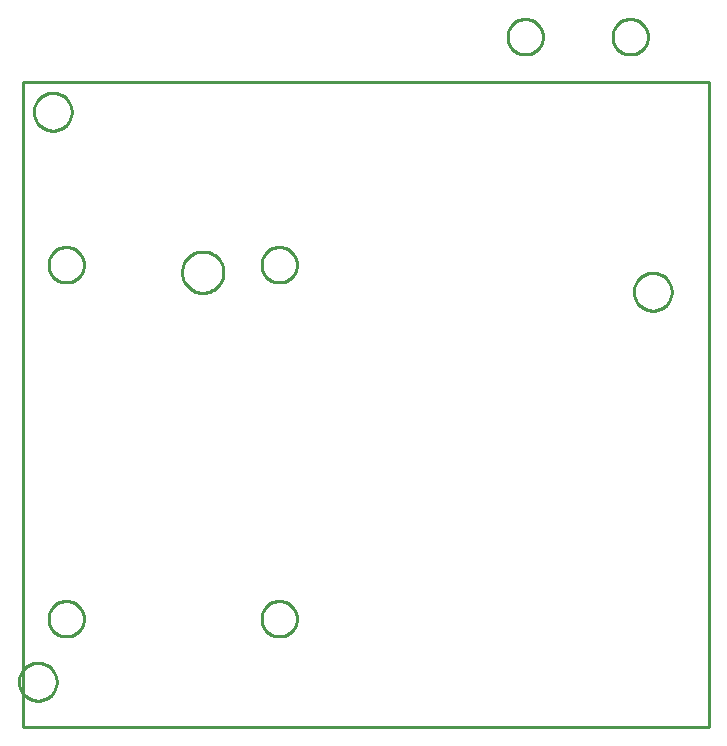
<source format=gbr>
G04 EAGLE Gerber X2 export*
%TF.Part,Single*%
%TF.FileFunction,Profile,NP*%
%TF.FilePolarity,Positive*%
%TF.GenerationSoftware,Autodesk,EAGLE,9.0.1*%
%TF.CreationDate,2019-03-28T19:52:48Z*%
G75*
%MOMM*%
%FSLAX34Y34*%
%LPD*%
%AMOC8*
5,1,8,0,0,1.08239X$1,22.5*%
G01*
%ADD10C,0.254000*%


D10*
X127000Y254000D02*
X707900Y254000D01*
X707900Y800000D01*
X127000Y800000D01*
X127000Y254000D01*
X168400Y774176D02*
X168332Y773131D01*
X168195Y772092D01*
X167990Y771065D01*
X167719Y770053D01*
X167383Y769061D01*
X166982Y768093D01*
X166518Y767154D01*
X165995Y766246D01*
X165413Y765375D01*
X164775Y764544D01*
X164084Y763757D01*
X163343Y763016D01*
X162556Y762325D01*
X161725Y761688D01*
X160854Y761106D01*
X159946Y760582D01*
X159007Y760118D01*
X158039Y759717D01*
X157047Y759381D01*
X156035Y759110D01*
X155008Y758905D01*
X153969Y758769D01*
X152924Y758700D01*
X151876Y758700D01*
X150831Y758769D01*
X149792Y758905D01*
X148765Y759110D01*
X147753Y759381D01*
X146761Y759717D01*
X145793Y760118D01*
X144854Y760582D01*
X143946Y761106D01*
X143075Y761688D01*
X142244Y762325D01*
X141457Y763016D01*
X140716Y763757D01*
X140025Y764544D01*
X139388Y765375D01*
X138806Y766246D01*
X138282Y767154D01*
X137818Y768093D01*
X137417Y769061D01*
X137081Y770053D01*
X136810Y771065D01*
X136605Y772092D01*
X136469Y773131D01*
X136400Y774176D01*
X136400Y775224D01*
X136469Y776269D01*
X136605Y777308D01*
X136810Y778335D01*
X137081Y779347D01*
X137417Y780339D01*
X137818Y781307D01*
X138282Y782246D01*
X138806Y783154D01*
X139388Y784025D01*
X140025Y784856D01*
X140716Y785643D01*
X141457Y786384D01*
X142244Y787075D01*
X143075Y787713D01*
X143946Y788295D01*
X144854Y788818D01*
X145793Y789282D01*
X146761Y789683D01*
X147753Y790019D01*
X148765Y790290D01*
X149792Y790495D01*
X150831Y790632D01*
X151876Y790700D01*
X152924Y790700D01*
X153969Y790632D01*
X155008Y790495D01*
X156035Y790290D01*
X157047Y790019D01*
X158039Y789683D01*
X159007Y789282D01*
X159946Y788818D01*
X160854Y788295D01*
X161725Y787713D01*
X162556Y787075D01*
X163343Y786384D01*
X164084Y785643D01*
X164775Y784856D01*
X165413Y784025D01*
X165995Y783154D01*
X166518Y782246D01*
X166982Y781307D01*
X167383Y780339D01*
X167719Y779347D01*
X167990Y778335D01*
X168195Y777308D01*
X168332Y776269D01*
X168400Y775224D01*
X168400Y774176D01*
X676400Y621776D02*
X676332Y620731D01*
X676195Y619692D01*
X675990Y618665D01*
X675719Y617653D01*
X675383Y616661D01*
X674982Y615693D01*
X674518Y614754D01*
X673995Y613846D01*
X673413Y612975D01*
X672775Y612144D01*
X672084Y611357D01*
X671343Y610616D01*
X670556Y609925D01*
X669725Y609288D01*
X668854Y608706D01*
X667946Y608182D01*
X667007Y607718D01*
X666039Y607317D01*
X665047Y606981D01*
X664035Y606710D01*
X663008Y606505D01*
X661969Y606369D01*
X660924Y606300D01*
X659876Y606300D01*
X658831Y606369D01*
X657792Y606505D01*
X656765Y606710D01*
X655753Y606981D01*
X654761Y607317D01*
X653793Y607718D01*
X652854Y608182D01*
X651946Y608706D01*
X651075Y609288D01*
X650244Y609925D01*
X649457Y610616D01*
X648716Y611357D01*
X648025Y612144D01*
X647388Y612975D01*
X646806Y613846D01*
X646282Y614754D01*
X645818Y615693D01*
X645417Y616661D01*
X645081Y617653D01*
X644810Y618665D01*
X644605Y619692D01*
X644469Y620731D01*
X644400Y621776D01*
X644400Y622824D01*
X644469Y623869D01*
X644605Y624908D01*
X644810Y625935D01*
X645081Y626947D01*
X645417Y627939D01*
X645818Y628907D01*
X646282Y629846D01*
X646806Y630754D01*
X647388Y631625D01*
X648025Y632456D01*
X648716Y633243D01*
X649457Y633984D01*
X650244Y634675D01*
X651075Y635313D01*
X651946Y635895D01*
X652854Y636418D01*
X653793Y636882D01*
X654761Y637283D01*
X655753Y637619D01*
X656765Y637890D01*
X657792Y638095D01*
X658831Y638232D01*
X659876Y638300D01*
X660924Y638300D01*
X661969Y638232D01*
X663008Y638095D01*
X664035Y637890D01*
X665047Y637619D01*
X666039Y637283D01*
X667007Y636882D01*
X667946Y636418D01*
X668854Y635895D01*
X669725Y635313D01*
X670556Y634675D01*
X671343Y633984D01*
X672084Y633243D01*
X672775Y632456D01*
X673413Y631625D01*
X673995Y630754D01*
X674518Y629846D01*
X674982Y628907D01*
X675383Y627939D01*
X675719Y626947D01*
X675990Y625935D01*
X676195Y624908D01*
X676332Y623869D01*
X676400Y622824D01*
X676400Y621776D01*
X155700Y291576D02*
X155632Y290531D01*
X155495Y289492D01*
X155290Y288465D01*
X155019Y287453D01*
X154683Y286461D01*
X154282Y285493D01*
X153818Y284554D01*
X153295Y283646D01*
X152713Y282775D01*
X152075Y281944D01*
X151384Y281157D01*
X150643Y280416D01*
X149856Y279725D01*
X149025Y279088D01*
X148154Y278506D01*
X147246Y277982D01*
X146307Y277518D01*
X145339Y277117D01*
X144347Y276781D01*
X143335Y276510D01*
X142308Y276305D01*
X141269Y276169D01*
X140224Y276100D01*
X139176Y276100D01*
X138131Y276169D01*
X137092Y276305D01*
X136065Y276510D01*
X135053Y276781D01*
X134061Y277117D01*
X133093Y277518D01*
X132154Y277982D01*
X131246Y278506D01*
X130375Y279088D01*
X129544Y279725D01*
X128757Y280416D01*
X128016Y281157D01*
X127325Y281944D01*
X126688Y282775D01*
X126106Y283646D01*
X125582Y284554D01*
X125118Y285493D01*
X124717Y286461D01*
X124381Y287453D01*
X124110Y288465D01*
X123905Y289492D01*
X123769Y290531D01*
X123700Y291576D01*
X123700Y292624D01*
X123769Y293669D01*
X123905Y294708D01*
X124110Y295735D01*
X124381Y296747D01*
X124717Y297739D01*
X125118Y298707D01*
X125582Y299646D01*
X126106Y300554D01*
X126688Y301425D01*
X127325Y302256D01*
X128016Y303043D01*
X128757Y303784D01*
X129544Y304475D01*
X130375Y305113D01*
X131246Y305695D01*
X132154Y306218D01*
X133093Y306682D01*
X134061Y307083D01*
X135053Y307419D01*
X136065Y307690D01*
X137092Y307895D01*
X138131Y308032D01*
X139176Y308100D01*
X140224Y308100D01*
X141269Y308032D01*
X142308Y307895D01*
X143335Y307690D01*
X144347Y307419D01*
X145339Y307083D01*
X146307Y306682D01*
X147246Y306218D01*
X148154Y305695D01*
X149025Y305113D01*
X149856Y304475D01*
X150643Y303784D01*
X151384Y303043D01*
X152075Y302256D01*
X152713Y301425D01*
X153295Y300554D01*
X153818Y299646D01*
X154282Y298707D01*
X154683Y297739D01*
X155019Y296747D01*
X155290Y295735D01*
X155495Y294708D01*
X155632Y293669D01*
X155700Y292624D01*
X155700Y291576D01*
X552986Y853200D02*
X554054Y853124D01*
X555115Y852971D01*
X556162Y852743D01*
X557190Y852441D01*
X558194Y852067D01*
X559169Y851622D01*
X560109Y851108D01*
X561010Y850529D01*
X561868Y849887D01*
X562678Y849185D01*
X563435Y848428D01*
X564137Y847618D01*
X564779Y846760D01*
X565358Y845859D01*
X565872Y844919D01*
X566317Y843944D01*
X566691Y842940D01*
X566993Y841912D01*
X567221Y840865D01*
X567374Y839804D01*
X567450Y838736D01*
X567450Y837664D01*
X567374Y836596D01*
X567221Y835535D01*
X566993Y834488D01*
X566691Y833460D01*
X566317Y832456D01*
X565872Y831481D01*
X565358Y830541D01*
X564779Y829640D01*
X564137Y828782D01*
X563435Y827972D01*
X562678Y827215D01*
X561868Y826513D01*
X561010Y825871D01*
X560109Y825292D01*
X559169Y824778D01*
X558194Y824333D01*
X557190Y823959D01*
X556162Y823657D01*
X555115Y823429D01*
X554054Y823276D01*
X552986Y823200D01*
X551914Y823200D01*
X550846Y823276D01*
X549785Y823429D01*
X548738Y823657D01*
X547710Y823959D01*
X546706Y824333D01*
X545731Y824778D01*
X544791Y825292D01*
X543890Y825871D01*
X543032Y826513D01*
X542222Y827215D01*
X541465Y827972D01*
X540763Y828782D01*
X540121Y829640D01*
X539542Y830541D01*
X539028Y831481D01*
X538583Y832456D01*
X538209Y833460D01*
X537907Y834488D01*
X537679Y835535D01*
X537526Y836596D01*
X537450Y837664D01*
X537450Y838736D01*
X537526Y839804D01*
X537679Y840865D01*
X537907Y841912D01*
X538209Y842940D01*
X538583Y843944D01*
X539028Y844919D01*
X539542Y845859D01*
X540121Y846760D01*
X540763Y847618D01*
X541465Y848428D01*
X542222Y849185D01*
X543032Y849887D01*
X543890Y850529D01*
X544791Y851108D01*
X545731Y851622D01*
X546706Y852067D01*
X547710Y852441D01*
X548738Y852743D01*
X549785Y852971D01*
X550846Y853124D01*
X551914Y853200D01*
X552986Y853200D01*
X641886Y853200D02*
X642954Y853124D01*
X644015Y852971D01*
X645062Y852743D01*
X646090Y852441D01*
X647094Y852067D01*
X648069Y851622D01*
X649009Y851108D01*
X649910Y850529D01*
X650768Y849887D01*
X651578Y849185D01*
X652335Y848428D01*
X653037Y847618D01*
X653679Y846760D01*
X654258Y845859D01*
X654772Y844919D01*
X655217Y843944D01*
X655591Y842940D01*
X655893Y841912D01*
X656121Y840865D01*
X656274Y839804D01*
X656350Y838736D01*
X656350Y837664D01*
X656274Y836596D01*
X656121Y835535D01*
X655893Y834488D01*
X655591Y833460D01*
X655217Y832456D01*
X654772Y831481D01*
X654258Y830541D01*
X653679Y829640D01*
X653037Y828782D01*
X652335Y827972D01*
X651578Y827215D01*
X650768Y826513D01*
X649910Y825871D01*
X649009Y825292D01*
X648069Y824778D01*
X647094Y824333D01*
X646090Y823959D01*
X645062Y823657D01*
X644015Y823429D01*
X642954Y823276D01*
X641886Y823200D01*
X640814Y823200D01*
X639746Y823276D01*
X638685Y823429D01*
X637638Y823657D01*
X636610Y823959D01*
X635606Y824333D01*
X634631Y824778D01*
X633691Y825292D01*
X632790Y825871D01*
X631932Y826513D01*
X631122Y827215D01*
X630365Y827972D01*
X629663Y828782D01*
X629021Y829640D01*
X628442Y830541D01*
X627928Y831481D01*
X627483Y832456D01*
X627109Y833460D01*
X626807Y834488D01*
X626579Y835535D01*
X626426Y836596D01*
X626350Y837664D01*
X626350Y838736D01*
X626426Y839804D01*
X626579Y840865D01*
X626807Y841912D01*
X627109Y842940D01*
X627483Y843944D01*
X627928Y844919D01*
X628442Y845859D01*
X629021Y846760D01*
X629663Y847618D01*
X630365Y848428D01*
X631122Y849185D01*
X631932Y849887D01*
X632790Y850529D01*
X633691Y851108D01*
X634631Y851622D01*
X635606Y852067D01*
X636610Y852441D01*
X637638Y852743D01*
X638685Y852971D01*
X639746Y853124D01*
X640814Y853200D01*
X641886Y853200D01*
X164366Y360440D02*
X165434Y360364D01*
X166495Y360211D01*
X167542Y359983D01*
X168570Y359681D01*
X169574Y359307D01*
X170549Y358862D01*
X171489Y358348D01*
X172390Y357769D01*
X173248Y357127D01*
X174058Y356425D01*
X174815Y355668D01*
X175517Y354858D01*
X176159Y354000D01*
X176738Y353099D01*
X177252Y352159D01*
X177697Y351184D01*
X178071Y350180D01*
X178373Y349152D01*
X178601Y348105D01*
X178754Y347044D01*
X178830Y345976D01*
X178830Y344904D01*
X178754Y343836D01*
X178601Y342775D01*
X178373Y341728D01*
X178071Y340700D01*
X177697Y339696D01*
X177252Y338721D01*
X176738Y337781D01*
X176159Y336880D01*
X175517Y336022D01*
X174815Y335212D01*
X174058Y334455D01*
X173248Y333753D01*
X172390Y333111D01*
X171489Y332532D01*
X170549Y332018D01*
X169574Y331573D01*
X168570Y331199D01*
X167542Y330897D01*
X166495Y330669D01*
X165434Y330516D01*
X164366Y330440D01*
X163294Y330440D01*
X162226Y330516D01*
X161165Y330669D01*
X160118Y330897D01*
X159090Y331199D01*
X158086Y331573D01*
X157111Y332018D01*
X156171Y332532D01*
X155270Y333111D01*
X154412Y333753D01*
X153602Y334455D01*
X152845Y335212D01*
X152143Y336022D01*
X151501Y336880D01*
X150922Y337781D01*
X150408Y338721D01*
X149963Y339696D01*
X149589Y340700D01*
X149287Y341728D01*
X149059Y342775D01*
X148906Y343836D01*
X148830Y344904D01*
X148830Y345976D01*
X148906Y347044D01*
X149059Y348105D01*
X149287Y349152D01*
X149589Y350180D01*
X149963Y351184D01*
X150408Y352159D01*
X150922Y353099D01*
X151501Y354000D01*
X152143Y354858D01*
X152845Y355668D01*
X153602Y356425D01*
X154412Y357127D01*
X155270Y357769D01*
X156171Y358348D01*
X157111Y358862D01*
X158086Y359307D01*
X159090Y359681D01*
X160118Y359983D01*
X161165Y360211D01*
X162226Y360364D01*
X163294Y360440D01*
X164366Y360440D01*
X344706Y360440D02*
X345774Y360364D01*
X346835Y360211D01*
X347882Y359983D01*
X348910Y359681D01*
X349914Y359307D01*
X350889Y358862D01*
X351829Y358348D01*
X352730Y357769D01*
X353588Y357127D01*
X354398Y356425D01*
X355155Y355668D01*
X355857Y354858D01*
X356499Y354000D01*
X357078Y353099D01*
X357592Y352159D01*
X358037Y351184D01*
X358411Y350180D01*
X358713Y349152D01*
X358941Y348105D01*
X359094Y347044D01*
X359170Y345976D01*
X359170Y344904D01*
X359094Y343836D01*
X358941Y342775D01*
X358713Y341728D01*
X358411Y340700D01*
X358037Y339696D01*
X357592Y338721D01*
X357078Y337781D01*
X356499Y336880D01*
X355857Y336022D01*
X355155Y335212D01*
X354398Y334455D01*
X353588Y333753D01*
X352730Y333111D01*
X351829Y332532D01*
X350889Y332018D01*
X349914Y331573D01*
X348910Y331199D01*
X347882Y330897D01*
X346835Y330669D01*
X345774Y330516D01*
X344706Y330440D01*
X343634Y330440D01*
X342566Y330516D01*
X341505Y330669D01*
X340458Y330897D01*
X339430Y331199D01*
X338426Y331573D01*
X337451Y332018D01*
X336511Y332532D01*
X335610Y333111D01*
X334752Y333753D01*
X333942Y334455D01*
X333185Y335212D01*
X332483Y336022D01*
X331841Y336880D01*
X331262Y337781D01*
X330748Y338721D01*
X330303Y339696D01*
X329929Y340700D01*
X329627Y341728D01*
X329399Y342775D01*
X329246Y343836D01*
X329170Y344904D01*
X329170Y345976D01*
X329246Y347044D01*
X329399Y348105D01*
X329627Y349152D01*
X329929Y350180D01*
X330303Y351184D01*
X330748Y352159D01*
X331262Y353099D01*
X331841Y354000D01*
X332483Y354858D01*
X333185Y355668D01*
X333942Y356425D01*
X334752Y357127D01*
X335610Y357769D01*
X336511Y358348D01*
X337451Y358862D01*
X338426Y359307D01*
X339430Y359681D01*
X340458Y359983D01*
X341505Y360211D01*
X342566Y360364D01*
X343634Y360440D01*
X344706Y360440D01*
X344706Y660160D02*
X345774Y660084D01*
X346835Y659931D01*
X347882Y659703D01*
X348910Y659401D01*
X349914Y659027D01*
X350889Y658582D01*
X351829Y658068D01*
X352730Y657489D01*
X353588Y656847D01*
X354398Y656145D01*
X355155Y655388D01*
X355857Y654578D01*
X356499Y653720D01*
X357078Y652819D01*
X357592Y651879D01*
X358037Y650904D01*
X358411Y649900D01*
X358713Y648872D01*
X358941Y647825D01*
X359094Y646764D01*
X359170Y645696D01*
X359170Y644624D01*
X359094Y643556D01*
X358941Y642495D01*
X358713Y641448D01*
X358411Y640420D01*
X358037Y639416D01*
X357592Y638441D01*
X357078Y637501D01*
X356499Y636600D01*
X355857Y635742D01*
X355155Y634932D01*
X354398Y634175D01*
X353588Y633473D01*
X352730Y632831D01*
X351829Y632252D01*
X350889Y631738D01*
X349914Y631293D01*
X348910Y630919D01*
X347882Y630617D01*
X346835Y630389D01*
X345774Y630236D01*
X344706Y630160D01*
X343634Y630160D01*
X342566Y630236D01*
X341505Y630389D01*
X340458Y630617D01*
X339430Y630919D01*
X338426Y631293D01*
X337451Y631738D01*
X336511Y632252D01*
X335610Y632831D01*
X334752Y633473D01*
X333942Y634175D01*
X333185Y634932D01*
X332483Y635742D01*
X331841Y636600D01*
X331262Y637501D01*
X330748Y638441D01*
X330303Y639416D01*
X329929Y640420D01*
X329627Y641448D01*
X329399Y642495D01*
X329246Y643556D01*
X329170Y644624D01*
X329170Y645696D01*
X329246Y646764D01*
X329399Y647825D01*
X329627Y648872D01*
X329929Y649900D01*
X330303Y650904D01*
X330748Y651879D01*
X331262Y652819D01*
X331841Y653720D01*
X332483Y654578D01*
X333185Y655388D01*
X333942Y656145D01*
X334752Y656847D01*
X335610Y657489D01*
X336511Y658068D01*
X337451Y658582D01*
X338426Y659027D01*
X339430Y659401D01*
X340458Y659703D01*
X341505Y659931D01*
X342566Y660084D01*
X343634Y660160D01*
X344706Y660160D01*
X279973Y656310D02*
X281116Y656235D01*
X282252Y656086D01*
X283376Y655862D01*
X284483Y655565D01*
X285568Y655197D01*
X286626Y654759D01*
X287654Y654252D01*
X288646Y653679D01*
X289599Y653042D01*
X290508Y652345D01*
X291369Y651589D01*
X292179Y650779D01*
X292935Y649918D01*
X293632Y649009D01*
X294269Y648056D01*
X294842Y647064D01*
X295349Y646036D01*
X295787Y644978D01*
X296155Y643893D01*
X296452Y642786D01*
X296676Y641662D01*
X296825Y640526D01*
X296900Y639383D01*
X296900Y638237D01*
X296825Y637094D01*
X296676Y635958D01*
X296452Y634834D01*
X296155Y633727D01*
X295787Y632642D01*
X295349Y631584D01*
X294842Y630556D01*
X294269Y629564D01*
X293632Y628611D01*
X292935Y627702D01*
X292179Y626841D01*
X291369Y626031D01*
X290508Y625275D01*
X289599Y624578D01*
X288646Y623941D01*
X287654Y623368D01*
X286626Y622861D01*
X285568Y622423D01*
X284483Y622055D01*
X283376Y621758D01*
X282252Y621535D01*
X281116Y621385D01*
X279973Y621310D01*
X278827Y621310D01*
X277684Y621385D01*
X276548Y621535D01*
X275424Y621758D01*
X274317Y622055D01*
X273232Y622423D01*
X272174Y622861D01*
X271146Y623368D01*
X270154Y623941D01*
X269201Y624578D01*
X268292Y625275D01*
X267431Y626031D01*
X266621Y626841D01*
X265865Y627702D01*
X265168Y628611D01*
X264531Y629564D01*
X263958Y630556D01*
X263451Y631584D01*
X263013Y632642D01*
X262645Y633727D01*
X262348Y634834D01*
X262125Y635958D01*
X261975Y637094D01*
X261900Y638237D01*
X261900Y639383D01*
X261975Y640526D01*
X262125Y641662D01*
X262348Y642786D01*
X262645Y643893D01*
X263013Y644978D01*
X263451Y646036D01*
X263958Y647064D01*
X264531Y648056D01*
X265168Y649009D01*
X265865Y649918D01*
X266621Y650779D01*
X267431Y651589D01*
X268292Y652345D01*
X269201Y653042D01*
X270154Y653679D01*
X271146Y654252D01*
X272174Y654759D01*
X273232Y655197D01*
X274317Y655565D01*
X275424Y655862D01*
X276548Y656086D01*
X277684Y656235D01*
X278827Y656310D01*
X279973Y656310D01*
X164366Y660160D02*
X165434Y660084D01*
X166495Y659931D01*
X167542Y659703D01*
X168570Y659401D01*
X169574Y659027D01*
X170549Y658582D01*
X171489Y658068D01*
X172390Y657489D01*
X173248Y656847D01*
X174058Y656145D01*
X174815Y655388D01*
X175517Y654578D01*
X176159Y653720D01*
X176738Y652819D01*
X177252Y651879D01*
X177697Y650904D01*
X178071Y649900D01*
X178373Y648872D01*
X178601Y647825D01*
X178754Y646764D01*
X178830Y645696D01*
X178830Y644624D01*
X178754Y643556D01*
X178601Y642495D01*
X178373Y641448D01*
X178071Y640420D01*
X177697Y639416D01*
X177252Y638441D01*
X176738Y637501D01*
X176159Y636600D01*
X175517Y635742D01*
X174815Y634932D01*
X174058Y634175D01*
X173248Y633473D01*
X172390Y632831D01*
X171489Y632252D01*
X170549Y631738D01*
X169574Y631293D01*
X168570Y630919D01*
X167542Y630617D01*
X166495Y630389D01*
X165434Y630236D01*
X164366Y630160D01*
X163294Y630160D01*
X162226Y630236D01*
X161165Y630389D01*
X160118Y630617D01*
X159090Y630919D01*
X158086Y631293D01*
X157111Y631738D01*
X156171Y632252D01*
X155270Y632831D01*
X154412Y633473D01*
X153602Y634175D01*
X152845Y634932D01*
X152143Y635742D01*
X151501Y636600D01*
X150922Y637501D01*
X150408Y638441D01*
X149963Y639416D01*
X149589Y640420D01*
X149287Y641448D01*
X149059Y642495D01*
X148906Y643556D01*
X148830Y644624D01*
X148830Y645696D01*
X148906Y646764D01*
X149059Y647825D01*
X149287Y648872D01*
X149589Y649900D01*
X149963Y650904D01*
X150408Y651879D01*
X150922Y652819D01*
X151501Y653720D01*
X152143Y654578D01*
X152845Y655388D01*
X153602Y656145D01*
X154412Y656847D01*
X155270Y657489D01*
X156171Y658068D01*
X157111Y658582D01*
X158086Y659027D01*
X159090Y659401D01*
X160118Y659703D01*
X161165Y659931D01*
X162226Y660084D01*
X163294Y660160D01*
X164366Y660160D01*
M02*

</source>
